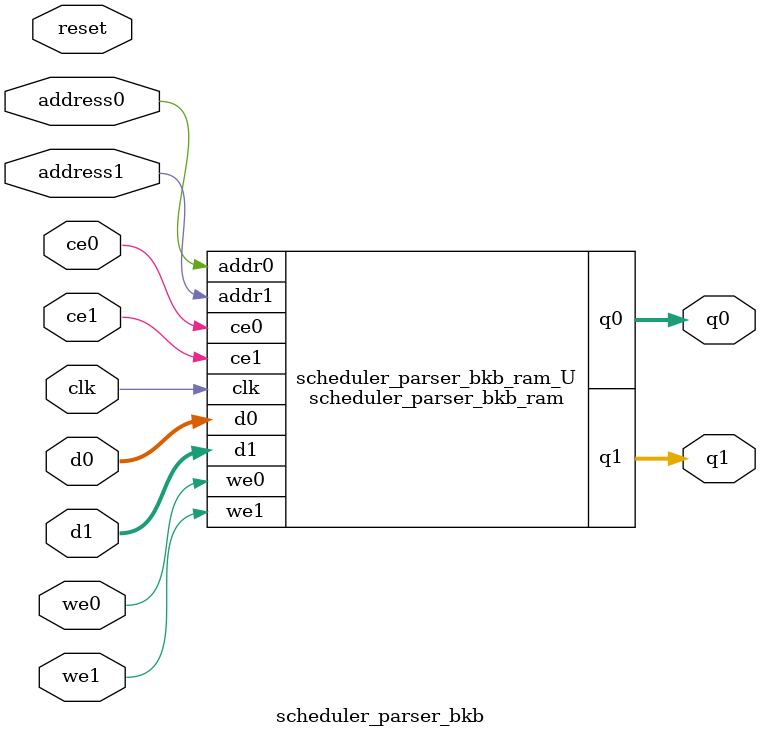
<source format=v>
`timescale 1 ns / 1 ps
module scheduler_parser_bkb_ram (addr0, ce0, d0, we0, q0, addr1, ce1, d1, we1, q1,  clk);

parameter DWIDTH = 32;
parameter AWIDTH = 1;
parameter MEM_SIZE = 2;

input[AWIDTH-1:0] addr0;
input ce0;
input[DWIDTH-1:0] d0;
input we0;
output reg[DWIDTH-1:0] q0;
input[AWIDTH-1:0] addr1;
input ce1;
input[DWIDTH-1:0] d1;
input we1;
output reg[DWIDTH-1:0] q1;
input clk;

(* ram_style = "block" *)reg [DWIDTH-1:0] ram[0:MEM_SIZE-1];




always @(posedge clk)  
begin 
    if (ce0) begin
        if (we0) 
            ram[addr0] <= d0; 
        q0 <= ram[addr0];
    end
end


always @(posedge clk)  
begin 
    if (ce1) begin
        if (we1) 
            ram[addr1] <= d1; 
        q1 <= ram[addr1];
    end
end


endmodule

`timescale 1 ns / 1 ps
module scheduler_parser_bkb(
    reset,
    clk,
    address0,
    ce0,
    we0,
    d0,
    q0,
    address1,
    ce1,
    we1,
    d1,
    q1);

parameter DataWidth = 32'd32;
parameter AddressRange = 32'd2;
parameter AddressWidth = 32'd1;
input reset;
input clk;
input[AddressWidth - 1:0] address0;
input ce0;
input we0;
input[DataWidth - 1:0] d0;
output[DataWidth - 1:0] q0;
input[AddressWidth - 1:0] address1;
input ce1;
input we1;
input[DataWidth - 1:0] d1;
output[DataWidth - 1:0] q1;



scheduler_parser_bkb_ram scheduler_parser_bkb_ram_U(
    .clk( clk ),
    .addr0( address0 ),
    .ce0( ce0 ),
    .we0( we0 ),
    .d0( d0 ),
    .q0( q0 ),
    .addr1( address1 ),
    .ce1( ce1 ),
    .we1( we1 ),
    .d1( d1 ),
    .q1( q1 ));

endmodule


</source>
